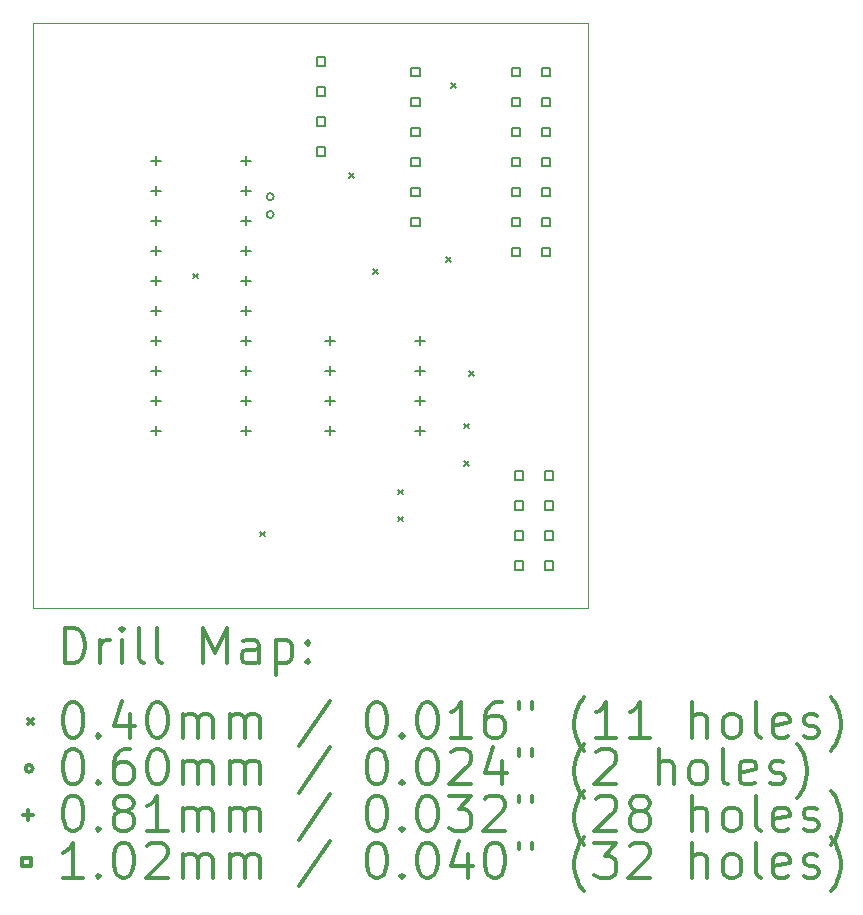
<source format=gbr>
%FSLAX45Y45*%
G04 Gerber Fmt 4.5, Leading zero omitted, Abs format (unit mm)*
G04 Created by KiCad (PCBNEW (after 2015-mar-04 BZR unknown)-product) date 17/04/2015 10:14:34*
%MOMM*%
G01*
G04 APERTURE LIST*
%ADD10C,0.127000*%
%ADD11C,0.100000*%
%ADD12C,0.200000*%
%ADD13C,0.300000*%
G04 APERTURE END LIST*
D10*
D11*
X14986000Y-4953000D02*
X10287000Y-4953000D01*
X14986000Y-9906000D02*
X14986000Y-4953000D01*
X10287000Y-9906000D02*
X14986000Y-9906000D01*
X10287000Y-4953000D02*
X10287000Y-9906000D01*
D12*
X11638600Y-7079300D02*
X11678600Y-7119300D01*
X11678600Y-7079300D02*
X11638600Y-7119300D01*
X12210100Y-9263700D02*
X12250100Y-9303700D01*
X12250100Y-9263700D02*
X12210100Y-9303700D01*
X12959400Y-6228400D02*
X12999400Y-6268400D01*
X12999400Y-6228400D02*
X12959400Y-6268400D01*
X13162600Y-7041200D02*
X13202600Y-7081200D01*
X13202600Y-7041200D02*
X13162600Y-7081200D01*
X13378500Y-8908100D02*
X13418500Y-8948100D01*
X13418500Y-8908100D02*
X13378500Y-8948100D01*
X13378500Y-9136700D02*
X13418500Y-9176700D01*
X13418500Y-9136700D02*
X13378500Y-9176700D01*
X13784900Y-6939600D02*
X13824900Y-6979600D01*
X13824900Y-6939600D02*
X13784900Y-6979600D01*
X13823000Y-5466400D02*
X13863000Y-5506400D01*
X13863000Y-5466400D02*
X13823000Y-5506400D01*
X13937300Y-8349300D02*
X13977300Y-8389300D01*
X13977300Y-8349300D02*
X13937300Y-8389300D01*
X13937300Y-8666800D02*
X13977300Y-8706800D01*
X13977300Y-8666800D02*
X13937300Y-8706800D01*
X13975400Y-7904800D02*
X14015400Y-7944800D01*
X14015400Y-7904800D02*
X13975400Y-7944800D01*
X12323572Y-6427470D02*
G75*
G03X12323572Y-6427470I-29972J0D01*
G01*
X12323572Y-6577330D02*
G75*
G03X12323572Y-6577330I-29972J0D01*
G01*
X11328400Y-6080760D02*
X11328400Y-6162040D01*
X11287760Y-6121400D02*
X11369040Y-6121400D01*
X11328400Y-6334760D02*
X11328400Y-6416040D01*
X11287760Y-6375400D02*
X11369040Y-6375400D01*
X11328400Y-6588760D02*
X11328400Y-6670040D01*
X11287760Y-6629400D02*
X11369040Y-6629400D01*
X11328400Y-6842760D02*
X11328400Y-6924040D01*
X11287760Y-6883400D02*
X11369040Y-6883400D01*
X11328400Y-7096760D02*
X11328400Y-7178040D01*
X11287760Y-7137400D02*
X11369040Y-7137400D01*
X11328400Y-7350760D02*
X11328400Y-7432040D01*
X11287760Y-7391400D02*
X11369040Y-7391400D01*
X11328400Y-7604760D02*
X11328400Y-7686040D01*
X11287760Y-7645400D02*
X11369040Y-7645400D01*
X11328400Y-7858760D02*
X11328400Y-7940040D01*
X11287760Y-7899400D02*
X11369040Y-7899400D01*
X11328400Y-8112760D02*
X11328400Y-8194040D01*
X11287760Y-8153400D02*
X11369040Y-8153400D01*
X11328400Y-8366760D02*
X11328400Y-8448040D01*
X11287760Y-8407400D02*
X11369040Y-8407400D01*
X12090400Y-6080760D02*
X12090400Y-6162040D01*
X12049760Y-6121400D02*
X12131040Y-6121400D01*
X12090400Y-6334760D02*
X12090400Y-6416040D01*
X12049760Y-6375400D02*
X12131040Y-6375400D01*
X12090400Y-6588760D02*
X12090400Y-6670040D01*
X12049760Y-6629400D02*
X12131040Y-6629400D01*
X12090400Y-6842760D02*
X12090400Y-6924040D01*
X12049760Y-6883400D02*
X12131040Y-6883400D01*
X12090400Y-7096760D02*
X12090400Y-7178040D01*
X12049760Y-7137400D02*
X12131040Y-7137400D01*
X12090400Y-7350760D02*
X12090400Y-7432040D01*
X12049760Y-7391400D02*
X12131040Y-7391400D01*
X12090400Y-7604760D02*
X12090400Y-7686040D01*
X12049760Y-7645400D02*
X12131040Y-7645400D01*
X12090400Y-7858760D02*
X12090400Y-7940040D01*
X12049760Y-7899400D02*
X12131040Y-7899400D01*
X12090400Y-8112760D02*
X12090400Y-8194040D01*
X12049760Y-8153400D02*
X12131040Y-8153400D01*
X12090400Y-8366760D02*
X12090400Y-8448040D01*
X12049760Y-8407400D02*
X12131040Y-8407400D01*
X12801600Y-7604760D02*
X12801600Y-7686040D01*
X12760960Y-7645400D02*
X12842240Y-7645400D01*
X12801600Y-7858760D02*
X12801600Y-7940040D01*
X12760960Y-7899400D02*
X12842240Y-7899400D01*
X12801600Y-8112760D02*
X12801600Y-8194040D01*
X12760960Y-8153400D02*
X12842240Y-8153400D01*
X12801600Y-8366760D02*
X12801600Y-8448040D01*
X12760960Y-8407400D02*
X12842240Y-8407400D01*
X13563600Y-7604760D02*
X13563600Y-7686040D01*
X13522960Y-7645400D02*
X13604240Y-7645400D01*
X13563600Y-7858760D02*
X13563600Y-7940040D01*
X13522960Y-7899400D02*
X13604240Y-7899400D01*
X13563600Y-8112760D02*
X13563600Y-8194040D01*
X13522960Y-8153400D02*
X13604240Y-8153400D01*
X13563600Y-8366760D02*
X13563600Y-8448040D01*
X13522960Y-8407400D02*
X13604240Y-8407400D01*
X12761321Y-5319121D02*
X12761321Y-5247279D01*
X12689479Y-5247279D01*
X12689479Y-5319121D01*
X12761321Y-5319121D01*
X12761321Y-5573121D02*
X12761321Y-5501279D01*
X12689479Y-5501279D01*
X12689479Y-5573121D01*
X12761321Y-5573121D01*
X12761321Y-5827121D02*
X12761321Y-5755279D01*
X12689479Y-5755279D01*
X12689479Y-5827121D01*
X12761321Y-5827121D01*
X12761321Y-6081121D02*
X12761321Y-6009279D01*
X12689479Y-6009279D01*
X12689479Y-6081121D01*
X12761321Y-6081121D01*
X13561421Y-5408021D02*
X13561421Y-5336179D01*
X13489579Y-5336179D01*
X13489579Y-5408021D01*
X13561421Y-5408021D01*
X13561421Y-5662021D02*
X13561421Y-5590179D01*
X13489579Y-5590179D01*
X13489579Y-5662021D01*
X13561421Y-5662021D01*
X13561421Y-5916021D02*
X13561421Y-5844179D01*
X13489579Y-5844179D01*
X13489579Y-5916021D01*
X13561421Y-5916021D01*
X13561421Y-6170021D02*
X13561421Y-6098179D01*
X13489579Y-6098179D01*
X13489579Y-6170021D01*
X13561421Y-6170021D01*
X13561421Y-6424021D02*
X13561421Y-6352179D01*
X13489579Y-6352179D01*
X13489579Y-6424021D01*
X13561421Y-6424021D01*
X13561421Y-6678021D02*
X13561421Y-6606179D01*
X13489579Y-6606179D01*
X13489579Y-6678021D01*
X13561421Y-6678021D01*
X14412321Y-5408021D02*
X14412321Y-5336179D01*
X14340479Y-5336179D01*
X14340479Y-5408021D01*
X14412321Y-5408021D01*
X14412321Y-5662021D02*
X14412321Y-5590179D01*
X14340479Y-5590179D01*
X14340479Y-5662021D01*
X14412321Y-5662021D01*
X14412321Y-5916021D02*
X14412321Y-5844179D01*
X14340479Y-5844179D01*
X14340479Y-5916021D01*
X14412321Y-5916021D01*
X14412321Y-6170021D02*
X14412321Y-6098179D01*
X14340479Y-6098179D01*
X14340479Y-6170021D01*
X14412321Y-6170021D01*
X14412321Y-6424021D02*
X14412321Y-6352179D01*
X14340479Y-6352179D01*
X14340479Y-6424021D01*
X14412321Y-6424021D01*
X14412321Y-6678021D02*
X14412321Y-6606179D01*
X14340479Y-6606179D01*
X14340479Y-6678021D01*
X14412321Y-6678021D01*
X14412321Y-6932021D02*
X14412321Y-6860179D01*
X14340479Y-6860179D01*
X14340479Y-6932021D01*
X14412321Y-6932021D01*
X14437721Y-8824321D02*
X14437721Y-8752479D01*
X14365879Y-8752479D01*
X14365879Y-8824321D01*
X14437721Y-8824321D01*
X14437721Y-9078321D02*
X14437721Y-9006479D01*
X14365879Y-9006479D01*
X14365879Y-9078321D01*
X14437721Y-9078321D01*
X14437721Y-9332321D02*
X14437721Y-9260479D01*
X14365879Y-9260479D01*
X14365879Y-9332321D01*
X14437721Y-9332321D01*
X14437721Y-9586321D02*
X14437721Y-9514479D01*
X14365879Y-9514479D01*
X14365879Y-9586321D01*
X14437721Y-9586321D01*
X14666321Y-5408021D02*
X14666321Y-5336179D01*
X14594479Y-5336179D01*
X14594479Y-5408021D01*
X14666321Y-5408021D01*
X14666321Y-5662021D02*
X14666321Y-5590179D01*
X14594479Y-5590179D01*
X14594479Y-5662021D01*
X14666321Y-5662021D01*
X14666321Y-5916021D02*
X14666321Y-5844179D01*
X14594479Y-5844179D01*
X14594479Y-5916021D01*
X14666321Y-5916021D01*
X14666321Y-6170021D02*
X14666321Y-6098179D01*
X14594479Y-6098179D01*
X14594479Y-6170021D01*
X14666321Y-6170021D01*
X14666321Y-6424021D02*
X14666321Y-6352179D01*
X14594479Y-6352179D01*
X14594479Y-6424021D01*
X14666321Y-6424021D01*
X14666321Y-6678021D02*
X14666321Y-6606179D01*
X14594479Y-6606179D01*
X14594479Y-6678021D01*
X14666321Y-6678021D01*
X14666321Y-6932021D02*
X14666321Y-6860179D01*
X14594479Y-6860179D01*
X14594479Y-6932021D01*
X14666321Y-6932021D01*
X14691721Y-8824321D02*
X14691721Y-8752479D01*
X14619879Y-8752479D01*
X14619879Y-8824321D01*
X14691721Y-8824321D01*
X14691721Y-9078321D02*
X14691721Y-9006479D01*
X14619879Y-9006479D01*
X14619879Y-9078321D01*
X14691721Y-9078321D01*
X14691721Y-9332321D02*
X14691721Y-9260479D01*
X14619879Y-9260479D01*
X14619879Y-9332321D01*
X14691721Y-9332321D01*
X14691721Y-9586321D02*
X14691721Y-9514479D01*
X14619879Y-9514479D01*
X14619879Y-9586321D01*
X14691721Y-9586321D01*
D13*
X10553429Y-10376714D02*
X10553429Y-10076714D01*
X10624857Y-10076714D01*
X10667714Y-10091000D01*
X10696286Y-10119572D01*
X10710571Y-10148143D01*
X10724857Y-10205286D01*
X10724857Y-10248143D01*
X10710571Y-10305286D01*
X10696286Y-10333857D01*
X10667714Y-10362429D01*
X10624857Y-10376714D01*
X10553429Y-10376714D01*
X10853429Y-10376714D02*
X10853429Y-10176714D01*
X10853429Y-10233857D02*
X10867714Y-10205286D01*
X10882000Y-10191000D01*
X10910571Y-10176714D01*
X10939143Y-10176714D01*
X11039143Y-10376714D02*
X11039143Y-10176714D01*
X11039143Y-10076714D02*
X11024857Y-10091000D01*
X11039143Y-10105286D01*
X11053429Y-10091000D01*
X11039143Y-10076714D01*
X11039143Y-10105286D01*
X11224857Y-10376714D02*
X11196286Y-10362429D01*
X11182000Y-10333857D01*
X11182000Y-10076714D01*
X11382000Y-10376714D02*
X11353428Y-10362429D01*
X11339143Y-10333857D01*
X11339143Y-10076714D01*
X11724857Y-10376714D02*
X11724857Y-10076714D01*
X11824857Y-10291000D01*
X11924857Y-10076714D01*
X11924857Y-10376714D01*
X12196286Y-10376714D02*
X12196286Y-10219572D01*
X12182000Y-10191000D01*
X12153428Y-10176714D01*
X12096286Y-10176714D01*
X12067714Y-10191000D01*
X12196286Y-10362429D02*
X12167714Y-10376714D01*
X12096286Y-10376714D01*
X12067714Y-10362429D01*
X12053428Y-10333857D01*
X12053428Y-10305286D01*
X12067714Y-10276714D01*
X12096286Y-10262429D01*
X12167714Y-10262429D01*
X12196286Y-10248143D01*
X12339143Y-10176714D02*
X12339143Y-10476714D01*
X12339143Y-10191000D02*
X12367714Y-10176714D01*
X12424857Y-10176714D01*
X12453428Y-10191000D01*
X12467714Y-10205286D01*
X12482000Y-10233857D01*
X12482000Y-10319572D01*
X12467714Y-10348143D01*
X12453428Y-10362429D01*
X12424857Y-10376714D01*
X12367714Y-10376714D01*
X12339143Y-10362429D01*
X12610571Y-10348143D02*
X12624857Y-10362429D01*
X12610571Y-10376714D01*
X12596286Y-10362429D01*
X12610571Y-10348143D01*
X12610571Y-10376714D01*
X12610571Y-10191000D02*
X12624857Y-10205286D01*
X12610571Y-10219572D01*
X12596286Y-10205286D01*
X12610571Y-10191000D01*
X12610571Y-10219572D01*
X10242000Y-10851000D02*
X10282000Y-10891000D01*
X10282000Y-10851000D02*
X10242000Y-10891000D01*
X10610571Y-10706714D02*
X10639143Y-10706714D01*
X10667714Y-10721000D01*
X10682000Y-10735286D01*
X10696286Y-10763857D01*
X10710571Y-10821000D01*
X10710571Y-10892429D01*
X10696286Y-10949572D01*
X10682000Y-10978143D01*
X10667714Y-10992429D01*
X10639143Y-11006714D01*
X10610571Y-11006714D01*
X10582000Y-10992429D01*
X10567714Y-10978143D01*
X10553429Y-10949572D01*
X10539143Y-10892429D01*
X10539143Y-10821000D01*
X10553429Y-10763857D01*
X10567714Y-10735286D01*
X10582000Y-10721000D01*
X10610571Y-10706714D01*
X10839143Y-10978143D02*
X10853429Y-10992429D01*
X10839143Y-11006714D01*
X10824857Y-10992429D01*
X10839143Y-10978143D01*
X10839143Y-11006714D01*
X11110571Y-10806714D02*
X11110571Y-11006714D01*
X11039143Y-10692429D02*
X10967714Y-10906714D01*
X11153428Y-10906714D01*
X11324857Y-10706714D02*
X11353428Y-10706714D01*
X11382000Y-10721000D01*
X11396286Y-10735286D01*
X11410571Y-10763857D01*
X11424857Y-10821000D01*
X11424857Y-10892429D01*
X11410571Y-10949572D01*
X11396286Y-10978143D01*
X11382000Y-10992429D01*
X11353428Y-11006714D01*
X11324857Y-11006714D01*
X11296286Y-10992429D01*
X11282000Y-10978143D01*
X11267714Y-10949572D01*
X11253428Y-10892429D01*
X11253428Y-10821000D01*
X11267714Y-10763857D01*
X11282000Y-10735286D01*
X11296286Y-10721000D01*
X11324857Y-10706714D01*
X11553428Y-11006714D02*
X11553428Y-10806714D01*
X11553428Y-10835286D02*
X11567714Y-10821000D01*
X11596286Y-10806714D01*
X11639143Y-10806714D01*
X11667714Y-10821000D01*
X11682000Y-10849572D01*
X11682000Y-11006714D01*
X11682000Y-10849572D02*
X11696286Y-10821000D01*
X11724857Y-10806714D01*
X11767714Y-10806714D01*
X11796286Y-10821000D01*
X11810571Y-10849572D01*
X11810571Y-11006714D01*
X11953428Y-11006714D02*
X11953428Y-10806714D01*
X11953428Y-10835286D02*
X11967714Y-10821000D01*
X11996286Y-10806714D01*
X12039143Y-10806714D01*
X12067714Y-10821000D01*
X12082000Y-10849572D01*
X12082000Y-11006714D01*
X12082000Y-10849572D02*
X12096286Y-10821000D01*
X12124857Y-10806714D01*
X12167714Y-10806714D01*
X12196286Y-10821000D01*
X12210571Y-10849572D01*
X12210571Y-11006714D01*
X12796286Y-10692429D02*
X12539143Y-11078143D01*
X13182000Y-10706714D02*
X13210571Y-10706714D01*
X13239143Y-10721000D01*
X13253428Y-10735286D01*
X13267714Y-10763857D01*
X13282000Y-10821000D01*
X13282000Y-10892429D01*
X13267714Y-10949572D01*
X13253428Y-10978143D01*
X13239143Y-10992429D01*
X13210571Y-11006714D01*
X13182000Y-11006714D01*
X13153428Y-10992429D01*
X13139143Y-10978143D01*
X13124857Y-10949572D01*
X13110571Y-10892429D01*
X13110571Y-10821000D01*
X13124857Y-10763857D01*
X13139143Y-10735286D01*
X13153428Y-10721000D01*
X13182000Y-10706714D01*
X13410571Y-10978143D02*
X13424857Y-10992429D01*
X13410571Y-11006714D01*
X13396286Y-10992429D01*
X13410571Y-10978143D01*
X13410571Y-11006714D01*
X13610571Y-10706714D02*
X13639143Y-10706714D01*
X13667714Y-10721000D01*
X13682000Y-10735286D01*
X13696285Y-10763857D01*
X13710571Y-10821000D01*
X13710571Y-10892429D01*
X13696285Y-10949572D01*
X13682000Y-10978143D01*
X13667714Y-10992429D01*
X13639143Y-11006714D01*
X13610571Y-11006714D01*
X13582000Y-10992429D01*
X13567714Y-10978143D01*
X13553428Y-10949572D01*
X13539143Y-10892429D01*
X13539143Y-10821000D01*
X13553428Y-10763857D01*
X13567714Y-10735286D01*
X13582000Y-10721000D01*
X13610571Y-10706714D01*
X13996285Y-11006714D02*
X13824857Y-11006714D01*
X13910571Y-11006714D02*
X13910571Y-10706714D01*
X13882000Y-10749572D01*
X13853428Y-10778143D01*
X13824857Y-10792429D01*
X14253428Y-10706714D02*
X14196285Y-10706714D01*
X14167714Y-10721000D01*
X14153428Y-10735286D01*
X14124857Y-10778143D01*
X14110571Y-10835286D01*
X14110571Y-10949572D01*
X14124857Y-10978143D01*
X14139143Y-10992429D01*
X14167714Y-11006714D01*
X14224857Y-11006714D01*
X14253428Y-10992429D01*
X14267714Y-10978143D01*
X14282000Y-10949572D01*
X14282000Y-10878143D01*
X14267714Y-10849572D01*
X14253428Y-10835286D01*
X14224857Y-10821000D01*
X14167714Y-10821000D01*
X14139143Y-10835286D01*
X14124857Y-10849572D01*
X14110571Y-10878143D01*
X14396286Y-10706714D02*
X14396286Y-10763857D01*
X14510571Y-10706714D02*
X14510571Y-10763857D01*
X14953428Y-11121000D02*
X14939143Y-11106714D01*
X14910571Y-11063857D01*
X14896285Y-11035286D01*
X14882000Y-10992429D01*
X14867714Y-10921000D01*
X14867714Y-10863857D01*
X14882000Y-10792429D01*
X14896285Y-10749572D01*
X14910571Y-10721000D01*
X14939143Y-10678143D01*
X14953428Y-10663857D01*
X15224857Y-11006714D02*
X15053428Y-11006714D01*
X15139143Y-11006714D02*
X15139143Y-10706714D01*
X15110571Y-10749572D01*
X15082000Y-10778143D01*
X15053428Y-10792429D01*
X15510571Y-11006714D02*
X15339143Y-11006714D01*
X15424857Y-11006714D02*
X15424857Y-10706714D01*
X15396285Y-10749572D01*
X15367714Y-10778143D01*
X15339143Y-10792429D01*
X15867714Y-11006714D02*
X15867714Y-10706714D01*
X15996285Y-11006714D02*
X15996285Y-10849572D01*
X15982000Y-10821000D01*
X15953428Y-10806714D01*
X15910571Y-10806714D01*
X15882000Y-10821000D01*
X15867714Y-10835286D01*
X16182000Y-11006714D02*
X16153428Y-10992429D01*
X16139143Y-10978143D01*
X16124857Y-10949572D01*
X16124857Y-10863857D01*
X16139143Y-10835286D01*
X16153428Y-10821000D01*
X16182000Y-10806714D01*
X16224857Y-10806714D01*
X16253428Y-10821000D01*
X16267714Y-10835286D01*
X16282000Y-10863857D01*
X16282000Y-10949572D01*
X16267714Y-10978143D01*
X16253428Y-10992429D01*
X16224857Y-11006714D01*
X16182000Y-11006714D01*
X16453428Y-11006714D02*
X16424857Y-10992429D01*
X16410571Y-10963857D01*
X16410571Y-10706714D01*
X16682000Y-10992429D02*
X16653428Y-11006714D01*
X16596286Y-11006714D01*
X16567714Y-10992429D01*
X16553428Y-10963857D01*
X16553428Y-10849572D01*
X16567714Y-10821000D01*
X16596286Y-10806714D01*
X16653428Y-10806714D01*
X16682000Y-10821000D01*
X16696286Y-10849572D01*
X16696286Y-10878143D01*
X16553428Y-10906714D01*
X16810571Y-10992429D02*
X16839143Y-11006714D01*
X16896286Y-11006714D01*
X16924857Y-10992429D01*
X16939143Y-10963857D01*
X16939143Y-10949572D01*
X16924857Y-10921000D01*
X16896286Y-10906714D01*
X16853429Y-10906714D01*
X16824857Y-10892429D01*
X16810571Y-10863857D01*
X16810571Y-10849572D01*
X16824857Y-10821000D01*
X16853429Y-10806714D01*
X16896286Y-10806714D01*
X16924857Y-10821000D01*
X17039143Y-11121000D02*
X17053429Y-11106714D01*
X17082000Y-11063857D01*
X17096286Y-11035286D01*
X17110571Y-10992429D01*
X17124857Y-10921000D01*
X17124857Y-10863857D01*
X17110571Y-10792429D01*
X17096286Y-10749572D01*
X17082000Y-10721000D01*
X17053429Y-10678143D01*
X17039143Y-10663857D01*
X10282000Y-11267000D02*
G75*
G03X10282000Y-11267000I-29972J0D01*
G01*
X10610571Y-11102714D02*
X10639143Y-11102714D01*
X10667714Y-11117000D01*
X10682000Y-11131286D01*
X10696286Y-11159857D01*
X10710571Y-11217000D01*
X10710571Y-11288429D01*
X10696286Y-11345571D01*
X10682000Y-11374143D01*
X10667714Y-11388429D01*
X10639143Y-11402714D01*
X10610571Y-11402714D01*
X10582000Y-11388429D01*
X10567714Y-11374143D01*
X10553429Y-11345571D01*
X10539143Y-11288429D01*
X10539143Y-11217000D01*
X10553429Y-11159857D01*
X10567714Y-11131286D01*
X10582000Y-11117000D01*
X10610571Y-11102714D01*
X10839143Y-11374143D02*
X10853429Y-11388429D01*
X10839143Y-11402714D01*
X10824857Y-11388429D01*
X10839143Y-11374143D01*
X10839143Y-11402714D01*
X11110571Y-11102714D02*
X11053428Y-11102714D01*
X11024857Y-11117000D01*
X11010571Y-11131286D01*
X10982000Y-11174143D01*
X10967714Y-11231286D01*
X10967714Y-11345571D01*
X10982000Y-11374143D01*
X10996286Y-11388429D01*
X11024857Y-11402714D01*
X11082000Y-11402714D01*
X11110571Y-11388429D01*
X11124857Y-11374143D01*
X11139143Y-11345571D01*
X11139143Y-11274143D01*
X11124857Y-11245571D01*
X11110571Y-11231286D01*
X11082000Y-11217000D01*
X11024857Y-11217000D01*
X10996286Y-11231286D01*
X10982000Y-11245571D01*
X10967714Y-11274143D01*
X11324857Y-11102714D02*
X11353428Y-11102714D01*
X11382000Y-11117000D01*
X11396286Y-11131286D01*
X11410571Y-11159857D01*
X11424857Y-11217000D01*
X11424857Y-11288429D01*
X11410571Y-11345571D01*
X11396286Y-11374143D01*
X11382000Y-11388429D01*
X11353428Y-11402714D01*
X11324857Y-11402714D01*
X11296286Y-11388429D01*
X11282000Y-11374143D01*
X11267714Y-11345571D01*
X11253428Y-11288429D01*
X11253428Y-11217000D01*
X11267714Y-11159857D01*
X11282000Y-11131286D01*
X11296286Y-11117000D01*
X11324857Y-11102714D01*
X11553428Y-11402714D02*
X11553428Y-11202714D01*
X11553428Y-11231286D02*
X11567714Y-11217000D01*
X11596286Y-11202714D01*
X11639143Y-11202714D01*
X11667714Y-11217000D01*
X11682000Y-11245571D01*
X11682000Y-11402714D01*
X11682000Y-11245571D02*
X11696286Y-11217000D01*
X11724857Y-11202714D01*
X11767714Y-11202714D01*
X11796286Y-11217000D01*
X11810571Y-11245571D01*
X11810571Y-11402714D01*
X11953428Y-11402714D02*
X11953428Y-11202714D01*
X11953428Y-11231286D02*
X11967714Y-11217000D01*
X11996286Y-11202714D01*
X12039143Y-11202714D01*
X12067714Y-11217000D01*
X12082000Y-11245571D01*
X12082000Y-11402714D01*
X12082000Y-11245571D02*
X12096286Y-11217000D01*
X12124857Y-11202714D01*
X12167714Y-11202714D01*
X12196286Y-11217000D01*
X12210571Y-11245571D01*
X12210571Y-11402714D01*
X12796286Y-11088429D02*
X12539143Y-11474143D01*
X13182000Y-11102714D02*
X13210571Y-11102714D01*
X13239143Y-11117000D01*
X13253428Y-11131286D01*
X13267714Y-11159857D01*
X13282000Y-11217000D01*
X13282000Y-11288429D01*
X13267714Y-11345571D01*
X13253428Y-11374143D01*
X13239143Y-11388429D01*
X13210571Y-11402714D01*
X13182000Y-11402714D01*
X13153428Y-11388429D01*
X13139143Y-11374143D01*
X13124857Y-11345571D01*
X13110571Y-11288429D01*
X13110571Y-11217000D01*
X13124857Y-11159857D01*
X13139143Y-11131286D01*
X13153428Y-11117000D01*
X13182000Y-11102714D01*
X13410571Y-11374143D02*
X13424857Y-11388429D01*
X13410571Y-11402714D01*
X13396286Y-11388429D01*
X13410571Y-11374143D01*
X13410571Y-11402714D01*
X13610571Y-11102714D02*
X13639143Y-11102714D01*
X13667714Y-11117000D01*
X13682000Y-11131286D01*
X13696285Y-11159857D01*
X13710571Y-11217000D01*
X13710571Y-11288429D01*
X13696285Y-11345571D01*
X13682000Y-11374143D01*
X13667714Y-11388429D01*
X13639143Y-11402714D01*
X13610571Y-11402714D01*
X13582000Y-11388429D01*
X13567714Y-11374143D01*
X13553428Y-11345571D01*
X13539143Y-11288429D01*
X13539143Y-11217000D01*
X13553428Y-11159857D01*
X13567714Y-11131286D01*
X13582000Y-11117000D01*
X13610571Y-11102714D01*
X13824857Y-11131286D02*
X13839143Y-11117000D01*
X13867714Y-11102714D01*
X13939143Y-11102714D01*
X13967714Y-11117000D01*
X13982000Y-11131286D01*
X13996285Y-11159857D01*
X13996285Y-11188429D01*
X13982000Y-11231286D01*
X13810571Y-11402714D01*
X13996285Y-11402714D01*
X14253428Y-11202714D02*
X14253428Y-11402714D01*
X14182000Y-11088429D02*
X14110571Y-11302714D01*
X14296285Y-11302714D01*
X14396286Y-11102714D02*
X14396286Y-11159857D01*
X14510571Y-11102714D02*
X14510571Y-11159857D01*
X14953428Y-11517000D02*
X14939143Y-11502714D01*
X14910571Y-11459857D01*
X14896285Y-11431286D01*
X14882000Y-11388429D01*
X14867714Y-11317000D01*
X14867714Y-11259857D01*
X14882000Y-11188429D01*
X14896285Y-11145572D01*
X14910571Y-11117000D01*
X14939143Y-11074143D01*
X14953428Y-11059857D01*
X15053428Y-11131286D02*
X15067714Y-11117000D01*
X15096285Y-11102714D01*
X15167714Y-11102714D01*
X15196285Y-11117000D01*
X15210571Y-11131286D01*
X15224857Y-11159857D01*
X15224857Y-11188429D01*
X15210571Y-11231286D01*
X15039143Y-11402714D01*
X15224857Y-11402714D01*
X15582000Y-11402714D02*
X15582000Y-11102714D01*
X15710571Y-11402714D02*
X15710571Y-11245571D01*
X15696285Y-11217000D01*
X15667714Y-11202714D01*
X15624857Y-11202714D01*
X15596285Y-11217000D01*
X15582000Y-11231286D01*
X15896285Y-11402714D02*
X15867714Y-11388429D01*
X15853428Y-11374143D01*
X15839143Y-11345571D01*
X15839143Y-11259857D01*
X15853428Y-11231286D01*
X15867714Y-11217000D01*
X15896285Y-11202714D01*
X15939143Y-11202714D01*
X15967714Y-11217000D01*
X15982000Y-11231286D01*
X15996285Y-11259857D01*
X15996285Y-11345571D01*
X15982000Y-11374143D01*
X15967714Y-11388429D01*
X15939143Y-11402714D01*
X15896285Y-11402714D01*
X16167714Y-11402714D02*
X16139143Y-11388429D01*
X16124857Y-11359857D01*
X16124857Y-11102714D01*
X16396286Y-11388429D02*
X16367714Y-11402714D01*
X16310571Y-11402714D01*
X16282000Y-11388429D01*
X16267714Y-11359857D01*
X16267714Y-11245571D01*
X16282000Y-11217000D01*
X16310571Y-11202714D01*
X16367714Y-11202714D01*
X16396286Y-11217000D01*
X16410571Y-11245571D01*
X16410571Y-11274143D01*
X16267714Y-11302714D01*
X16524857Y-11388429D02*
X16553428Y-11402714D01*
X16610571Y-11402714D01*
X16639143Y-11388429D01*
X16653428Y-11359857D01*
X16653428Y-11345571D01*
X16639143Y-11317000D01*
X16610571Y-11302714D01*
X16567714Y-11302714D01*
X16539143Y-11288429D01*
X16524857Y-11259857D01*
X16524857Y-11245571D01*
X16539143Y-11217000D01*
X16567714Y-11202714D01*
X16610571Y-11202714D01*
X16639143Y-11217000D01*
X16753428Y-11517000D02*
X16767714Y-11502714D01*
X16796286Y-11459857D01*
X16810571Y-11431286D01*
X16824857Y-11388429D01*
X16839143Y-11317000D01*
X16839143Y-11259857D01*
X16824857Y-11188429D01*
X16810571Y-11145572D01*
X16796286Y-11117000D01*
X16767714Y-11074143D01*
X16753428Y-11059857D01*
X10241360Y-11622360D02*
X10241360Y-11703640D01*
X10200720Y-11663000D02*
X10282000Y-11663000D01*
X10610571Y-11498714D02*
X10639143Y-11498714D01*
X10667714Y-11513000D01*
X10682000Y-11527286D01*
X10696286Y-11555857D01*
X10710571Y-11613000D01*
X10710571Y-11684429D01*
X10696286Y-11741571D01*
X10682000Y-11770143D01*
X10667714Y-11784429D01*
X10639143Y-11798714D01*
X10610571Y-11798714D01*
X10582000Y-11784429D01*
X10567714Y-11770143D01*
X10553429Y-11741571D01*
X10539143Y-11684429D01*
X10539143Y-11613000D01*
X10553429Y-11555857D01*
X10567714Y-11527286D01*
X10582000Y-11513000D01*
X10610571Y-11498714D01*
X10839143Y-11770143D02*
X10853429Y-11784429D01*
X10839143Y-11798714D01*
X10824857Y-11784429D01*
X10839143Y-11770143D01*
X10839143Y-11798714D01*
X11024857Y-11627286D02*
X10996286Y-11613000D01*
X10982000Y-11598714D01*
X10967714Y-11570143D01*
X10967714Y-11555857D01*
X10982000Y-11527286D01*
X10996286Y-11513000D01*
X11024857Y-11498714D01*
X11082000Y-11498714D01*
X11110571Y-11513000D01*
X11124857Y-11527286D01*
X11139143Y-11555857D01*
X11139143Y-11570143D01*
X11124857Y-11598714D01*
X11110571Y-11613000D01*
X11082000Y-11627286D01*
X11024857Y-11627286D01*
X10996286Y-11641571D01*
X10982000Y-11655857D01*
X10967714Y-11684429D01*
X10967714Y-11741571D01*
X10982000Y-11770143D01*
X10996286Y-11784429D01*
X11024857Y-11798714D01*
X11082000Y-11798714D01*
X11110571Y-11784429D01*
X11124857Y-11770143D01*
X11139143Y-11741571D01*
X11139143Y-11684429D01*
X11124857Y-11655857D01*
X11110571Y-11641571D01*
X11082000Y-11627286D01*
X11424857Y-11798714D02*
X11253428Y-11798714D01*
X11339143Y-11798714D02*
X11339143Y-11498714D01*
X11310571Y-11541571D01*
X11282000Y-11570143D01*
X11253428Y-11584429D01*
X11553428Y-11798714D02*
X11553428Y-11598714D01*
X11553428Y-11627286D02*
X11567714Y-11613000D01*
X11596286Y-11598714D01*
X11639143Y-11598714D01*
X11667714Y-11613000D01*
X11682000Y-11641571D01*
X11682000Y-11798714D01*
X11682000Y-11641571D02*
X11696286Y-11613000D01*
X11724857Y-11598714D01*
X11767714Y-11598714D01*
X11796286Y-11613000D01*
X11810571Y-11641571D01*
X11810571Y-11798714D01*
X11953428Y-11798714D02*
X11953428Y-11598714D01*
X11953428Y-11627286D02*
X11967714Y-11613000D01*
X11996286Y-11598714D01*
X12039143Y-11598714D01*
X12067714Y-11613000D01*
X12082000Y-11641571D01*
X12082000Y-11798714D01*
X12082000Y-11641571D02*
X12096286Y-11613000D01*
X12124857Y-11598714D01*
X12167714Y-11598714D01*
X12196286Y-11613000D01*
X12210571Y-11641571D01*
X12210571Y-11798714D01*
X12796286Y-11484429D02*
X12539143Y-11870143D01*
X13182000Y-11498714D02*
X13210571Y-11498714D01*
X13239143Y-11513000D01*
X13253428Y-11527286D01*
X13267714Y-11555857D01*
X13282000Y-11613000D01*
X13282000Y-11684429D01*
X13267714Y-11741571D01*
X13253428Y-11770143D01*
X13239143Y-11784429D01*
X13210571Y-11798714D01*
X13182000Y-11798714D01*
X13153428Y-11784429D01*
X13139143Y-11770143D01*
X13124857Y-11741571D01*
X13110571Y-11684429D01*
X13110571Y-11613000D01*
X13124857Y-11555857D01*
X13139143Y-11527286D01*
X13153428Y-11513000D01*
X13182000Y-11498714D01*
X13410571Y-11770143D02*
X13424857Y-11784429D01*
X13410571Y-11798714D01*
X13396286Y-11784429D01*
X13410571Y-11770143D01*
X13410571Y-11798714D01*
X13610571Y-11498714D02*
X13639143Y-11498714D01*
X13667714Y-11513000D01*
X13682000Y-11527286D01*
X13696285Y-11555857D01*
X13710571Y-11613000D01*
X13710571Y-11684429D01*
X13696285Y-11741571D01*
X13682000Y-11770143D01*
X13667714Y-11784429D01*
X13639143Y-11798714D01*
X13610571Y-11798714D01*
X13582000Y-11784429D01*
X13567714Y-11770143D01*
X13553428Y-11741571D01*
X13539143Y-11684429D01*
X13539143Y-11613000D01*
X13553428Y-11555857D01*
X13567714Y-11527286D01*
X13582000Y-11513000D01*
X13610571Y-11498714D01*
X13810571Y-11498714D02*
X13996285Y-11498714D01*
X13896285Y-11613000D01*
X13939143Y-11613000D01*
X13967714Y-11627286D01*
X13982000Y-11641571D01*
X13996285Y-11670143D01*
X13996285Y-11741571D01*
X13982000Y-11770143D01*
X13967714Y-11784429D01*
X13939143Y-11798714D01*
X13853428Y-11798714D01*
X13824857Y-11784429D01*
X13810571Y-11770143D01*
X14110571Y-11527286D02*
X14124857Y-11513000D01*
X14153428Y-11498714D01*
X14224857Y-11498714D01*
X14253428Y-11513000D01*
X14267714Y-11527286D01*
X14282000Y-11555857D01*
X14282000Y-11584429D01*
X14267714Y-11627286D01*
X14096285Y-11798714D01*
X14282000Y-11798714D01*
X14396286Y-11498714D02*
X14396286Y-11555857D01*
X14510571Y-11498714D02*
X14510571Y-11555857D01*
X14953428Y-11913000D02*
X14939143Y-11898714D01*
X14910571Y-11855857D01*
X14896285Y-11827286D01*
X14882000Y-11784429D01*
X14867714Y-11713000D01*
X14867714Y-11655857D01*
X14882000Y-11584429D01*
X14896285Y-11541571D01*
X14910571Y-11513000D01*
X14939143Y-11470143D01*
X14953428Y-11455857D01*
X15053428Y-11527286D02*
X15067714Y-11513000D01*
X15096285Y-11498714D01*
X15167714Y-11498714D01*
X15196285Y-11513000D01*
X15210571Y-11527286D01*
X15224857Y-11555857D01*
X15224857Y-11584429D01*
X15210571Y-11627286D01*
X15039143Y-11798714D01*
X15224857Y-11798714D01*
X15396285Y-11627286D02*
X15367714Y-11613000D01*
X15353428Y-11598714D01*
X15339143Y-11570143D01*
X15339143Y-11555857D01*
X15353428Y-11527286D01*
X15367714Y-11513000D01*
X15396285Y-11498714D01*
X15453428Y-11498714D01*
X15482000Y-11513000D01*
X15496285Y-11527286D01*
X15510571Y-11555857D01*
X15510571Y-11570143D01*
X15496285Y-11598714D01*
X15482000Y-11613000D01*
X15453428Y-11627286D01*
X15396285Y-11627286D01*
X15367714Y-11641571D01*
X15353428Y-11655857D01*
X15339143Y-11684429D01*
X15339143Y-11741571D01*
X15353428Y-11770143D01*
X15367714Y-11784429D01*
X15396285Y-11798714D01*
X15453428Y-11798714D01*
X15482000Y-11784429D01*
X15496285Y-11770143D01*
X15510571Y-11741571D01*
X15510571Y-11684429D01*
X15496285Y-11655857D01*
X15482000Y-11641571D01*
X15453428Y-11627286D01*
X15867714Y-11798714D02*
X15867714Y-11498714D01*
X15996285Y-11798714D02*
X15996285Y-11641571D01*
X15982000Y-11613000D01*
X15953428Y-11598714D01*
X15910571Y-11598714D01*
X15882000Y-11613000D01*
X15867714Y-11627286D01*
X16182000Y-11798714D02*
X16153428Y-11784429D01*
X16139143Y-11770143D01*
X16124857Y-11741571D01*
X16124857Y-11655857D01*
X16139143Y-11627286D01*
X16153428Y-11613000D01*
X16182000Y-11598714D01*
X16224857Y-11598714D01*
X16253428Y-11613000D01*
X16267714Y-11627286D01*
X16282000Y-11655857D01*
X16282000Y-11741571D01*
X16267714Y-11770143D01*
X16253428Y-11784429D01*
X16224857Y-11798714D01*
X16182000Y-11798714D01*
X16453428Y-11798714D02*
X16424857Y-11784429D01*
X16410571Y-11755857D01*
X16410571Y-11498714D01*
X16682000Y-11784429D02*
X16653428Y-11798714D01*
X16596286Y-11798714D01*
X16567714Y-11784429D01*
X16553428Y-11755857D01*
X16553428Y-11641571D01*
X16567714Y-11613000D01*
X16596286Y-11598714D01*
X16653428Y-11598714D01*
X16682000Y-11613000D01*
X16696286Y-11641571D01*
X16696286Y-11670143D01*
X16553428Y-11698714D01*
X16810571Y-11784429D02*
X16839143Y-11798714D01*
X16896286Y-11798714D01*
X16924857Y-11784429D01*
X16939143Y-11755857D01*
X16939143Y-11741571D01*
X16924857Y-11713000D01*
X16896286Y-11698714D01*
X16853429Y-11698714D01*
X16824857Y-11684429D01*
X16810571Y-11655857D01*
X16810571Y-11641571D01*
X16824857Y-11613000D01*
X16853429Y-11598714D01*
X16896286Y-11598714D01*
X16924857Y-11613000D01*
X17039143Y-11913000D02*
X17053429Y-11898714D01*
X17082000Y-11855857D01*
X17096286Y-11827286D01*
X17110571Y-11784429D01*
X17124857Y-11713000D01*
X17124857Y-11655857D01*
X17110571Y-11584429D01*
X17096286Y-11541571D01*
X17082000Y-11513000D01*
X17053429Y-11470143D01*
X17039143Y-11455857D01*
X10267121Y-12094921D02*
X10267121Y-12023079D01*
X10195279Y-12023079D01*
X10195279Y-12094921D01*
X10267121Y-12094921D01*
X10710571Y-12194714D02*
X10539143Y-12194714D01*
X10624857Y-12194714D02*
X10624857Y-11894714D01*
X10596286Y-11937571D01*
X10567714Y-11966143D01*
X10539143Y-11980429D01*
X10839143Y-12166143D02*
X10853429Y-12180429D01*
X10839143Y-12194714D01*
X10824857Y-12180429D01*
X10839143Y-12166143D01*
X10839143Y-12194714D01*
X11039143Y-11894714D02*
X11067714Y-11894714D01*
X11096286Y-11909000D01*
X11110571Y-11923286D01*
X11124857Y-11951857D01*
X11139143Y-12009000D01*
X11139143Y-12080429D01*
X11124857Y-12137571D01*
X11110571Y-12166143D01*
X11096286Y-12180429D01*
X11067714Y-12194714D01*
X11039143Y-12194714D01*
X11010571Y-12180429D01*
X10996286Y-12166143D01*
X10982000Y-12137571D01*
X10967714Y-12080429D01*
X10967714Y-12009000D01*
X10982000Y-11951857D01*
X10996286Y-11923286D01*
X11010571Y-11909000D01*
X11039143Y-11894714D01*
X11253428Y-11923286D02*
X11267714Y-11909000D01*
X11296286Y-11894714D01*
X11367714Y-11894714D01*
X11396286Y-11909000D01*
X11410571Y-11923286D01*
X11424857Y-11951857D01*
X11424857Y-11980429D01*
X11410571Y-12023286D01*
X11239143Y-12194714D01*
X11424857Y-12194714D01*
X11553428Y-12194714D02*
X11553428Y-11994714D01*
X11553428Y-12023286D02*
X11567714Y-12009000D01*
X11596286Y-11994714D01*
X11639143Y-11994714D01*
X11667714Y-12009000D01*
X11682000Y-12037571D01*
X11682000Y-12194714D01*
X11682000Y-12037571D02*
X11696286Y-12009000D01*
X11724857Y-11994714D01*
X11767714Y-11994714D01*
X11796286Y-12009000D01*
X11810571Y-12037571D01*
X11810571Y-12194714D01*
X11953428Y-12194714D02*
X11953428Y-11994714D01*
X11953428Y-12023286D02*
X11967714Y-12009000D01*
X11996286Y-11994714D01*
X12039143Y-11994714D01*
X12067714Y-12009000D01*
X12082000Y-12037571D01*
X12082000Y-12194714D01*
X12082000Y-12037571D02*
X12096286Y-12009000D01*
X12124857Y-11994714D01*
X12167714Y-11994714D01*
X12196286Y-12009000D01*
X12210571Y-12037571D01*
X12210571Y-12194714D01*
X12796286Y-11880429D02*
X12539143Y-12266143D01*
X13182000Y-11894714D02*
X13210571Y-11894714D01*
X13239143Y-11909000D01*
X13253428Y-11923286D01*
X13267714Y-11951857D01*
X13282000Y-12009000D01*
X13282000Y-12080429D01*
X13267714Y-12137571D01*
X13253428Y-12166143D01*
X13239143Y-12180429D01*
X13210571Y-12194714D01*
X13182000Y-12194714D01*
X13153428Y-12180429D01*
X13139143Y-12166143D01*
X13124857Y-12137571D01*
X13110571Y-12080429D01*
X13110571Y-12009000D01*
X13124857Y-11951857D01*
X13139143Y-11923286D01*
X13153428Y-11909000D01*
X13182000Y-11894714D01*
X13410571Y-12166143D02*
X13424857Y-12180429D01*
X13410571Y-12194714D01*
X13396286Y-12180429D01*
X13410571Y-12166143D01*
X13410571Y-12194714D01*
X13610571Y-11894714D02*
X13639143Y-11894714D01*
X13667714Y-11909000D01*
X13682000Y-11923286D01*
X13696285Y-11951857D01*
X13710571Y-12009000D01*
X13710571Y-12080429D01*
X13696285Y-12137571D01*
X13682000Y-12166143D01*
X13667714Y-12180429D01*
X13639143Y-12194714D01*
X13610571Y-12194714D01*
X13582000Y-12180429D01*
X13567714Y-12166143D01*
X13553428Y-12137571D01*
X13539143Y-12080429D01*
X13539143Y-12009000D01*
X13553428Y-11951857D01*
X13567714Y-11923286D01*
X13582000Y-11909000D01*
X13610571Y-11894714D01*
X13967714Y-11994714D02*
X13967714Y-12194714D01*
X13896285Y-11880429D02*
X13824857Y-12094714D01*
X14010571Y-12094714D01*
X14182000Y-11894714D02*
X14210571Y-11894714D01*
X14239143Y-11909000D01*
X14253428Y-11923286D01*
X14267714Y-11951857D01*
X14282000Y-12009000D01*
X14282000Y-12080429D01*
X14267714Y-12137571D01*
X14253428Y-12166143D01*
X14239143Y-12180429D01*
X14210571Y-12194714D01*
X14182000Y-12194714D01*
X14153428Y-12180429D01*
X14139143Y-12166143D01*
X14124857Y-12137571D01*
X14110571Y-12080429D01*
X14110571Y-12009000D01*
X14124857Y-11951857D01*
X14139143Y-11923286D01*
X14153428Y-11909000D01*
X14182000Y-11894714D01*
X14396286Y-11894714D02*
X14396286Y-11951857D01*
X14510571Y-11894714D02*
X14510571Y-11951857D01*
X14953428Y-12309000D02*
X14939143Y-12294714D01*
X14910571Y-12251857D01*
X14896285Y-12223286D01*
X14882000Y-12180429D01*
X14867714Y-12109000D01*
X14867714Y-12051857D01*
X14882000Y-11980429D01*
X14896285Y-11937571D01*
X14910571Y-11909000D01*
X14939143Y-11866143D01*
X14953428Y-11851857D01*
X15039143Y-11894714D02*
X15224857Y-11894714D01*
X15124857Y-12009000D01*
X15167714Y-12009000D01*
X15196285Y-12023286D01*
X15210571Y-12037571D01*
X15224857Y-12066143D01*
X15224857Y-12137571D01*
X15210571Y-12166143D01*
X15196285Y-12180429D01*
X15167714Y-12194714D01*
X15082000Y-12194714D01*
X15053428Y-12180429D01*
X15039143Y-12166143D01*
X15339143Y-11923286D02*
X15353428Y-11909000D01*
X15382000Y-11894714D01*
X15453428Y-11894714D01*
X15482000Y-11909000D01*
X15496285Y-11923286D01*
X15510571Y-11951857D01*
X15510571Y-11980429D01*
X15496285Y-12023286D01*
X15324857Y-12194714D01*
X15510571Y-12194714D01*
X15867714Y-12194714D02*
X15867714Y-11894714D01*
X15996285Y-12194714D02*
X15996285Y-12037571D01*
X15982000Y-12009000D01*
X15953428Y-11994714D01*
X15910571Y-11994714D01*
X15882000Y-12009000D01*
X15867714Y-12023286D01*
X16182000Y-12194714D02*
X16153428Y-12180429D01*
X16139143Y-12166143D01*
X16124857Y-12137571D01*
X16124857Y-12051857D01*
X16139143Y-12023286D01*
X16153428Y-12009000D01*
X16182000Y-11994714D01*
X16224857Y-11994714D01*
X16253428Y-12009000D01*
X16267714Y-12023286D01*
X16282000Y-12051857D01*
X16282000Y-12137571D01*
X16267714Y-12166143D01*
X16253428Y-12180429D01*
X16224857Y-12194714D01*
X16182000Y-12194714D01*
X16453428Y-12194714D02*
X16424857Y-12180429D01*
X16410571Y-12151857D01*
X16410571Y-11894714D01*
X16682000Y-12180429D02*
X16653428Y-12194714D01*
X16596286Y-12194714D01*
X16567714Y-12180429D01*
X16553428Y-12151857D01*
X16553428Y-12037571D01*
X16567714Y-12009000D01*
X16596286Y-11994714D01*
X16653428Y-11994714D01*
X16682000Y-12009000D01*
X16696286Y-12037571D01*
X16696286Y-12066143D01*
X16553428Y-12094714D01*
X16810571Y-12180429D02*
X16839143Y-12194714D01*
X16896286Y-12194714D01*
X16924857Y-12180429D01*
X16939143Y-12151857D01*
X16939143Y-12137571D01*
X16924857Y-12109000D01*
X16896286Y-12094714D01*
X16853429Y-12094714D01*
X16824857Y-12080429D01*
X16810571Y-12051857D01*
X16810571Y-12037571D01*
X16824857Y-12009000D01*
X16853429Y-11994714D01*
X16896286Y-11994714D01*
X16924857Y-12009000D01*
X17039143Y-12309000D02*
X17053429Y-12294714D01*
X17082000Y-12251857D01*
X17096286Y-12223286D01*
X17110571Y-12180429D01*
X17124857Y-12109000D01*
X17124857Y-12051857D01*
X17110571Y-11980429D01*
X17096286Y-11937571D01*
X17082000Y-11909000D01*
X17053429Y-11866143D01*
X17039143Y-11851857D01*
M02*

</source>
